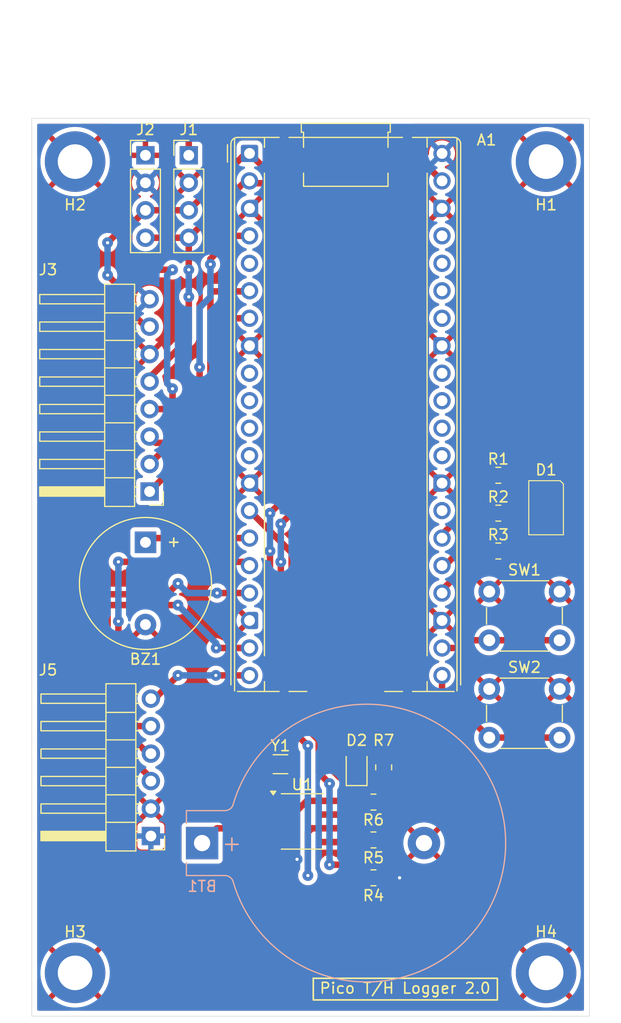
<source format=kicad_pcb>
(kicad_pcb (version 20241229) (generator "pcbnew") (generator_version "9.0")
  (layers (0 "F.Cu" signal) (2 "B.Cu" signal) (13 "F.Paste" user) (15 "B.Paste" user) (5 "F.SilkS" user "F.Silkscreen") (7 "B.SilkS" user "B.Silkscreen") (1 "F.Mask" user) (3 "B.Mask" user) (25 "Edge.Cuts" user))
  (net 0 "")
  (net 1 "+3.3V")
  (net 2 "GND")
  (net 5 "SPI CSn")
  (net 7 "SCL")
  (net 8 "SPI TX")
  (net 11 "SDA")
  (net 12 "SPI SCK")
  (net 14 "+5V")
  (net 19 "SPI RX")
  (net 20 "GPIO16")
  (net 21 "GPIO2")
  (net 22 "GPIO11")
  (net 23 "TX")
  (net 24 "GPIO10")
  (net 26 "RX")
  (net 27 "+BATT")
  (net 28 "Net-(D2-A)")
  (net 29 "GPIO17")
  (net 30 "Net-(U1-X1)")
  (net 31 "Net-(U1-X2)")
  (net 32 "GPIO20")
  (net 33 "GPIO18")
  (net 34 "GPIO19")
  (net 38 "Net-(D1-DI)")
  (net 39 "Net-(D1-VDD)")
  (net 40 "Net-(D1-DO)")
  (footprint "Button_Switch_THT:SW_PUSH_6mm" (layer "F.Cu") (at 176.75 78.75)
    (property "Reference" "SW1" (at 3.25 -2 0) (layer "F.SilkS"))
    (property "Value" "SW_Push")
    (fp_line (start -0.25 1.5) (end -0.25 3) (stroke (width 0.12)) (layer "F.SilkS"))
    (fp_line (start 1 5.5) (end 5.5 5.5) (stroke (width 0.12)) (layer "F.SilkS"))
    (fp_line (start 5.5 -1) (end 1 -1) (stroke (width 0.12)) (layer "F.SilkS"))
    (fp_line (start 6.75 3) (end 6.75 1.5) (stroke (width 0.12)) (layer "F.SilkS"))
    (pad "1" thru_hole circle (at 0 0 90) (size 2 2) (drill 1.1) (layers "*.Cu" "*.Mask") (net 2 "GND"))
    (pad "1" thru_hole circle (at 6.5 0 90) (size 2 2) (drill 1.1) (layers "*.Cu" "*.Mask") (net 2 "GND"))
    (pad "2" thru_hole circle (at 0 4.5 90) (size 2 2) (drill 1.1) (layers "*.Cu" "*.Mask") (net 29 "GPIO17"))
    (pad "2" thru_hole circle (at 6.5 4.5 90) (size 2 2) (drill 1.1) (layers "*.Cu" "*.Mask") (net 29 "GPIO17"))
  )
  (footprint "LED_SMD:LED_Avago_PLCC4_3.2x2.8mm_CW" (layer "F.Cu") (at 182 71 -90)
    (property "Reference" "D1" (at -3.5 0 0) (layer "F.SilkS"))
    (property "Value" "APA-106-F5")
    (fp_line (start -2.5 1.6) (end 2.5 1.6) (stroke (width 0.1)) (layer "F.SilkS"))
    (fp_line (start -2.5 1.6) (end -2.5 -1.3) (stroke (width 0.1)) (layer "F.SilkS"))
    (fp_line (start 2.5 1.6) (end 2.5 -1.6) (stroke (width 0.1)) (layer "F.SilkS"))
    (fp_line (start -2.2 -1.6) (end -2.5 -1.3) (stroke (width 0.1)) (layer "F.SilkS"))
    (fp_line (start -2.2 -1.6) (end 2.5 -1.6) (stroke (width 0.1)) (layer "F.SilkS"))
    (pad "1" smd rect (at -1.5 -0.75 270) (size 1.5 1.1) (layers "F.Cu" "F.Mask" "F.Paste") (net 40 "Net-(D1-DO)"))
    (pad "2" smd rect (at 1.5 -0.75 270) (size 1.5 1.1) (layers "F.Cu" "F.Mask" "F.Paste") (net 2 "GND"))
    (pad "3" smd rect (at 1.5 0.75 270) (size 1.5 1.1) (layers "F.Cu" "F.Mask" "F.Paste") (net 39 "Net-(D1-VDD)"))
    (pad "4" smd rect (at -1.5 0.75 270) (size 1.5 1.1) (layers "F.Cu" "F.Mask" "F.Paste") (net 38 "Net-(D1-DI)"))
  )
  (footprint "Resistor_SMD:R_0805_2012Metric" (layer "F.Cu") (at 166.0575 105.21 180)
    (property "Reference" "R4" (at 0 -1.65 0) (layer "F.SilkS"))
    (property "Value" "10K")
    (fp_line (start -0.227064 0.735) (end 0.227064 0.735) (stroke (width 0.12)) (layer "F.SilkS"))
    (fp_line (start -0.227064 -0.735) (end 0.227064 -0.735) (stroke (width 0.12)) (layer "F.SilkS"))
    (pad "1" smd roundrect (at -0.9125 0 180) (size 1.025 1.4) (layers "F.Cu" "F.Mask" "F.Paste") (roundrect_rratio 0.243902) (net 14 "+5V"))
    (pad "2" smd roundrect (at 0.9125 0 180) (size 1.025 1.4) (layers "F.Cu" "F.Mask" "F.Paste") (roundrect_rratio 0.243902) (net 11 "SDA"))
  )
  (footprint "Buzzer_Beeper:Buzzer_12x9.5RM7.6" (layer "F.Cu") (at 145 74.2 -90)
    (property "Reference" "BZ1" (at 10.8 0 0) (layer "F.SilkS"))
    (property "Value" "Buzzer")
    (fp_circle (center 3.8 0) (end 9.9 0) (stroke (width 0.12)) (fill no) (layer "F.SilkS"))
    (fp_text user "+" (at -0.01 -2.54 90) (layer "F.SilkS"))
    (pad "1" thru_hole rect (at 0 0 270) (size 2 2) (drill 1) (layers "*.Cu" "*.Mask") (net 22 "GPIO11"))
    (pad "2" thru_hole circle (at 7.6 0 270) (size 2 2) (drill 1) (layers "*.Cu" "*.Mask") (net 2 "GND"))
  )
  (footprint "Button_Switch_THT:SW_PUSH_6mm" (layer "F.Cu") (at 176.75 87.75)
    (property "Reference" "SW2" (at 3.25 -2 0) (layer "F.SilkS"))
    (property "Value" "SW_Push")
    (fp_line (start -0.25 1.5) (end -0.25 3) (stroke (width 0.12)) (layer "F.SilkS"))
    (fp_line (start 1 5.5) (end 5.5 5.5) (stroke (width 0.12)) (layer "F.SilkS"))
    (fp_line (start 5.5 -1) (end 1 -1) (stroke (width 0.12)) (layer "F.SilkS"))
    (fp_line (start 6.75 3) (end 6.75 1.5) (stroke (width 0.12)) (layer "F.SilkS"))
    (pad "1" thru_hole circle (at 0 0 90) (size 2 2) (drill 1.1) (layers "*.Cu" "*.Mask") (net 2 "GND"))
    (pad "1" thru_hole circle (at 6.5 0 90) (size 2 2) (drill 1.1) (layers "*.Cu" "*.Mask") (net 2 "GND"))
    (pad "2" thru_hole circle (at 0 4.5 90) (size 2 2) (drill 1.1) (layers "*.Cu" "*.Mask") (net 20 "GPIO16"))
    (pad "2" thru_hole circle (at 6.5 4.5 90) (size 2 2) (drill 1.1) (layers "*.Cu" "*.Mask") (net 20 "GPIO16"))
  )
  (footprint "MountingHole:MountingHole_3.2mm_M3_DIN965_Pad" (layer "F.Cu") (at 182 114)
    (property "Reference" "H4" (at 0 -3.8 0) (layer "F.SilkS"))
    (property "Value" "MountingHole_Pad")
    (pad "1" thru_hole circle (at 0 0) (size 5.6 5.6) (drill 3.2) (layers "*.Cu" "*.Mask") (net 2 "GND"))
  )
  (footprint "Resistor_SMD:R_0805_2012Metric" (layer "F.Cu") (at 177.5875 71.5 180)
    (property "Reference" "R2" (at 0 1.5 0) (layer "F.SilkS"))
    (property "Value" "220")
    (fp_line (start -0.227064 0.735) (end 0.227064 0.735) (stroke (width 0.12)) (layer "F.SilkS"))
    (fp_line (start -0.227064 -0.735) (end 0.227064 -0.735) (stroke (width 0.12)) (layer "F.SilkS"))
    (pad "1" smd roundrect (at -0.9125 0 180) (size 1.025 1.4) (layers "F.Cu" "F.Mask" "F.Paste") (roundrect_rratio 0.243902) (net 40 "Net-(D1-DO)"))
    (pad "2" smd roundrect (at 0.9125 0 180) (size 1.025 1.4) (layers "F.Cu" "F.Mask" "F.Paste") (roundrect_rratio 0.243902) (net 34 "GPIO19"))
  )
  (footprint "MountingHole:MountingHole_3.2mm_M3_DIN965_Pad" (layer "F.Cu") (at 182 39)
    (property "Reference" "H1" (at 0 4 0) (layer "F.SilkS"))
    (property "Value" "MountingHole_Pad")
    (pad "1" thru_hole circle (at 0 0) (size 5.6 5.6) (drill 3.2) (layers "*.Cu" "*.Mask") (net 2 "GND"))
  )
  (footprint "Resistor_SMD:R_0805_2012Metric" (layer "F.Cu") (at 177.5875 75 180)
    (property "Reference" "R3" (at 0 1.5 0) (layer "F.SilkS"))
    (property "Value" "220")
    (fp_line (start -0.227064 0.735) (end 0.227064 0.735) (stroke (width 0.12)) (layer "F.SilkS"))
    (fp_line (start -0.227064 -0.735) (end 0.227064 -0.735) (stroke (width 0.12)) (layer "F.SilkS"))
    (pad "1" smd roundrect (at -0.9125 0 180) (size 1.025 1.4) (layers "F.Cu" "F.Mask" "F.Paste") (roundrect_rratio 0.243902) (net 39 "Net-(D1-VDD)"))
    (pad "2" smd roundrect (at 0.9125 0 180) (size 1.025 1.4) (layers "F.Cu" "F.Mask" "F.Paste") (roundrect_rratio 0.243902) (net 33 "GPIO18"))
  )
  (footprint "Connector_PinHeader_2.54mm:PinHeader_1x04_P2.54mm_Vertical" (layer "F.Cu") (at 149 38.42)
    (property "Reference" "J1" (at 0 -2.38 0) (layer "F.SilkS"))
    (property "Value" "Sensor")
    (fp_line (start -1.38 -1.38) (end 0 -1.38) (stroke (width 0.12)) (layer "F.SilkS"))
    (fp_line (start -1.38 0) (end -1.38 -1.38) (stroke (width 0.12)) (layer "F.SilkS"))
    (fp_line (start -1.38 1.27) (end -1.38 9) (stroke (width 0.12)) (layer "F.SilkS"))
    (fp_line (start -1.38 1.27) (end 1.38 1.27) (stroke (width 0.12)) (layer "F.SilkS"))
    (fp_line (start -1.38 9) (end 1.38 9) (stroke (width 0.12)) (layer "F.SilkS"))
    (fp_line (start 1.38 1.27) (end 1.38 9) (stroke (width 0.12)) (layer "F.SilkS"))
    (pad "1" thru_hole rect (at 0 0) (size 1.7 1.7) (drill 1) (layers "*.Cu" "*.Mask") (net 1 "+3.3V"))
    (pad "2" thru_hole circle (at 0 2.54) (size 1.7 1.7) (drill 1) (layers "*.Cu" "*.Mask") (net 2 "GND"))
    (pad "3" thru_hole circle (at 0 5.08) (size 1.7 1.7) (drill 1) (layers "*.Cu" "*.Mask") (net 11 "SDA"))
    (pad "4" thru_hole circle (at 0 7.62) (size 1.7 1.7) (drill 1) (layers "*.Cu" "*.Mask") (net 7 "SCL"))
  )
  (footprint "Connector_PinHeader_2.54mm:PinHeader_1x04_P2.54mm_Vertical" (layer "F.Cu") (at 145 38.42)
    (property "Reference" "J2" (at 0 -2.38 0) (layer "F.SilkS"))
    (property "Value" "LCD 16x2")
    (fp_line (start -1.38 -1.38) (end 0 -1.38) (stroke (width 0.12)) (layer "F.SilkS"))
    (fp_line (start -1.38 0) (end -1.38 -1.38) (stroke (width 0.12)) (layer "F.SilkS"))
    (fp_line (start -1.38 1.27) (end -1.38 9) (stroke (width 0.12)) (layer "F.SilkS"))
    (fp_line (start -1.38 1.27) (end 1.38 1.27) (stroke (width 0.12)) (layer "F.SilkS"))
    (fp_line (start -1.38 9) (end 1.38 9) (stroke (width 0.12)) (layer "F.SilkS"))
    (fp_line (start 1.38 1.27) (end 1.38 9) (stroke (width 0.12)) (layer "F.SilkS"))
    (pad "1" thru_hole rect (at 0 0) (size 1.7 1.7) (drill 1) (layers "*.Cu" "*.Mask") (net 2 "GND"))
    (pad "2" thru_hole circle (at 0 2.54) (size 1.7 1.7) (drill 1) (layers "*.Cu" "*.Mask") (net 14 "+5V"))
    (pad "3" thru_hole circle (at 0 5.08) (size 1.7 1.7) (drill 1) (layers "*.Cu" "*.Mask") (net 11 "SDA"))
    (pad "4" thru_hole circle (at 0 7.62) (size 1.7 1.7) (drill 1) (layers "*.Cu" "*.Mask") (net 7 "SCL"))
  )
  (footprint "Resistor_SMD:R_0805_2012Metric" (layer "F.Cu") (at 167 95 -90)
    (property "Reference" "R7" (at -2.5 0 0) (layer "F.SilkS"))
    (property "Value" "220")
    (fp_line (start -0.227064 0.735) (end 0.227064 0.735) (stroke (width 0.12)) (layer "F.SilkS"))
    (fp_line (start -0.227064 -0.735) (end 0.227064 -0.735) (stroke (width 0.12)) (layer "F.SilkS"))
    (pad "1" smd roundrect (at -0.9125 0 270) (size 1.025 1.4) (layers "F.Cu" "F.Mask" "F.Paste") (roundrect_rratio 0.243902) (net 28 "Net-(D2-A)"))
    (pad "2" smd roundrect (at 0.9125 0 270) (size 1.025 1.4) (layers "F.Cu" "F.Mask" "F.Paste") (roundrect_rratio 0.243902) (net 14 "+5V"))
  )
  (footprint "Resistor_SMD:R_0805_2012Metric" (layer "F.Cu") (at 166.0575 98.21 180)
    (property "Reference" "R6" (at 0 -1.65 0) (layer "F.SilkS"))
    (property "Value" "10K")
    (fp_line (start -0.227064 0.735) (end 0.227064 0.735) (stroke (width 0.12)) (layer "F.SilkS"))
    (fp_line (start -0.227064 -0.735) (end 0.227064 -0.735) (stroke (width 0.12)) (layer "F.SilkS"))
    (pad "1" smd roundrect (at -0.9125 0 180) (size 1.025 1.4) (layers "F.Cu" "F.Mask" "F.Paste") (roundrect_rratio 0.243902) (net 14 "+5V"))
    (pad "2" smd roundrect (at 0.9125 0 180) (size 1.025 1.4) (layers "F.Cu" "F.Mask" "F.Paste") (roundrect_rratio 0.243902) (net 24 "GPIO10"))
  )
  (footprint "LED_SMD:LED_0805_2012Metric" (layer "F.Cu") (at 164.5 95 90)
    (property "Reference" "D2" (at 2.5 0 0) (layer "F.SilkS"))
    (property "Value" "LED")
    (fp_line (start 1 -0.96) (end -1.685 -0.96) (stroke (width 0.12)) (layer "F.SilkS"))
    (fp_line (start -1.685 -0.96) (end -1.685 0.96) (stroke (width 0.12)) (layer "F.SilkS"))
    (fp_line (start -1.685 0.96) (end 1 0.96) (stroke (width 0.12)) (layer "F.SilkS"))
    (pad "1" smd roundrect (at -0.9375 0 90) (size 0.975 1.4) (layers "F.Cu" "F.Mask" "F.Paste") (net 24 "GPIO10"))
    (pad "2" smd roundrect (at 0.9375 0 90) (size 0.975 1.4) (layers "F.Cu" "F.Mask" "F.Paste") (net 28 "Net-(D2-A)"))
  )
  (footprint "MountingHole:MountingHole_3.2mm_M3_DIN965_Pad" (layer "F.Cu") (at 138.5 114)
    (property "Reference" "H3" (at 0 -3.8 0) (layer "F.SilkS"))
    (property "Value" "MountingHole_Pad")
    (pad "1" thru_hole circle (at 0 0) (size 5.6 5.6) (drill 3.2) (layers "*.Cu" "*.Mask") (net 2 "GND"))
  )
  (footprint "MountingHole:MountingHole_3.2mm_M3_DIN965_Pad" (layer "F.Cu") (at 138.5 39)
    (property "Reference" "H2" (at 0 4 0) (layer "F.SilkS"))
    (property "Value" "MountingHole_Pad")
    (pad "1" thru_hole circle (at 0 0) (size 5.6 5.6) (drill 3.2) (layers "*.Cu" "*.Mask") (net 2 "GND"))
  )
  (footprint "Resistor_SMD:R_0805_2012Metric" (layer "F.Cu") (at 177.5875 68 180)
    (property "Reference" "R1" (at 0 1.5 0) (layer "F.SilkS"))
    (property "Value" "220")
    (fp_line (start -0.227064 0.735) (end 0.227064 0.735) (stroke (width 0.12)) (layer "F.SilkS"))
    (fp_line (start -0.227064 -0.735) (end 0.227064 -0.735) (stroke (width 0.12)) (layer "F.SilkS"))
    (pad "1" smd roundrect (at -0.9125 0 180) (size 1.025 1.4) (layers "F.Cu" "F.Mask" "F.Paste") (roundrect_rratio 0.243902) (net 38 "Net-(D1-DI)"))
    (pad "2" smd roundrect (at 0.9125 0 180) (size 1.025 1.4) (layers "F.Cu" "F.Mask" "F.Paste") (roundrect_rratio 0.243902) (net 32 "GPIO20"))
  )
  (footprint "Package_SO:SOIC-8_3.9x4.9mm_P1.27mm" (layer "F.Cu") (at 159.5 100)
    (property "Reference" "U1" (at 0 -3.4 0) (layer "F.SilkS"))
    (property "Value" "DS1307Z+")
    (fp_line (start 0 -2.56) (end -1.95 -2.56) (stroke (width 0.12)) (layer "F.SilkS"))
    (fp_line (start 0 -2.56) (end 1.95 -2.56) (stroke (width 0.12)) (layer "F.SilkS"))
    (fp_line (start 0 2.56) (end -1.95 2.56) (stroke (width 0.12)) (layer "F.SilkS"))
    (fp_line (start 0 2.56) (end 1.95 2.56) (stroke (width 0.12)) (layer "F.SilkS"))
    (fp_poly (pts (xy -2.7 -2.465) (xy -2.94 -2.795) (xy -2.46 -2.795)) (stroke (width 0.12)) (fill yes) (layer "F.SilkS"))
    (pad "1" smd roundrect (at -2.475 -1.905) (size 1.95 0.6) (layers "F.Cu" "F.Mask" "F.Paste") (net 30 "Net-(U1-X1)"))
    (pad "2" smd roundrect (at -2.475 -0.635) (size 1.95 0.6) (layers "F.Cu" "F.Mask" "F.Paste") (net 31 "Net-(U1-X2)"))
    (pad "3" smd roundrect (at -2.475 0.635) (size 1.95 0.6) (layers "F.Cu" "F.Mask" "F.Paste") (net 27 "+BATT"))
    (pad "4" smd roundrect (at -2.475 1.905) (size 1.95 0.6) (layers "F.Cu" "F.Mask" "F.Paste") (net 2 "GND"))
    (pad "5" smd roundrect (at 2.475 1.905) (size 1.95 0.6) (layers "F.Cu" "F.Mask" "F.Paste") (net 11 "SDA"))
    (pad "6" smd roundrect (at 2.475 0.635) (size 1.95 0.6) (layers "F.Cu" "F.Mask" "F.Paste") (net 7 "SCL"))
    (pad "7" smd roundrect (at 2.475 -0.635) (size 1.95 0.6) (layers "F.Cu" "F.Mask" "F.Paste") (net 24 "GPIO10"))
    (pad "8" smd roundrect (at 2.475 -1.905) (size 1.95 0.6) (layers "F.Cu" "F.Mask" "F.Paste") (net 14 "+5V"))
  )
  (footprint "Module:RaspberryPi_Pico_Common_THT" (layer "F.Cu") (at 154.61 38.245)
    (property "Reference" "A1" (at 20.89 -1.245 0) (layer "F.SilkS") (effects (justify left)))
    (property "Value" "RaspberryPi_Pico" (hide yes))
    (fp_line (start -2.04 0.8) (end -2.04 -0.8) (stroke (width 0.12)) (layer "F.SilkS"))
    (fp_line (start -1.72 -0.87) (end -1.72 49.13) (stroke (width 0.12)) (layer "F.SilkS"))
    (fp_line (start -1.38 -1.417) (end -1.38 49.677) (stroke (width 0.12)) (layer "F.SilkS"))
    (fp_line (start -1.11 -1.48) (end 1.38 -1.48) (stroke (width 0.12)) (layer "F.SilkS"))
    (fp_line (start -1.11 49.74) (end 2.727939 49.74) (stroke (width 0.12)) (layer "F.SilkS"))
    (fp_line (start 1.38 -1.48) (end 1.38 -0.56648) (stroke (width 0.12)) (layer "F.SilkS"))
    (fp_line (start 1.38 -1.48) (end 2.72794 -1.48) (stroke (width 0.12)) (layer "F.SilkS"))
    (fp_line (start 1.38 1.82648) (end 1.38 46.43352) (stroke (width 0.12)) (layer "F.SilkS"))
    (fp_line (start 1.38 48.82648) (end 1.38 49.74) (stroke (width 0.12)) (layer "F.SilkS"))
    (fp_line (start 3.652061 -1.48) (end 4.655 -1.48) (stroke (width 0.12)) (layer "F.SilkS"))
    (fp_line (start 4.655 -1.48) (end 13.125 -1.48) (stroke (width 0.12)) (layer "F.SilkS"))
    (fp_line (start 4.78 -2.78) (end 4.78 -1.96) (stroke (width 0.12)) (layer "F.SilkS"))
    (fp_line (start 4.78 -2.78) (end 13 -2.78) (stroke (width 0.12)) (layer "F.SilkS"))
    (fp_line (start 4.78 -1.96) (end 4.99 -1.96) (stroke (width 0.12)) (layer "F.SilkS"))
    (fp_line (start 4.99 -1.96) (end 4.99 -0.564) (stroke (width 0.12)) (layer "F.SilkS"))
    (fp_line (start 4.99 1.824) (end 4.99 3.04) (stroke (width 0.12)) (layer "F.SilkS"))
    (fp_line (start 5.29 49.74) (end 3.652061 49.74) (stroke (width 0.12)) (layer "F.SilkS"))
    (fp_line (start 12.79 -1.96) (end 12.79 -0.564) (stroke (width 0.12)) (layer "F.SilkS"))
    (fp_line (start 12.79 1.824) (end 12.79 3.04) (stroke (width 0.12)) (layer "F.SilkS"))
    (fp_line (start 12.79 3.04) (end 4.99 3.04) (stroke (width 0.12)) (layer "F.SilkS"))
    (fp_line (start 13 -2.78) (end 13 -1.96) (stroke (width 0.12)) (layer "F.SilkS"))
    (fp_line (start 13 -1.96) (end 12.79 -1.96) (stroke (width 0.12)) (layer "F.SilkS"))
    (fp_line (start 13.125 -1.48) (end 14.127939 -1.48) (stroke (width 0.12)) (layer "F.SilkS"))
    (fp_line (start 14.127939 49.74) (end 12.49 49.74) (stroke (width 0.12)) (layer "F.SilkS"))
    (fp_line (start 15.052061 -1.48) (end 16.4 -1.48) (stroke (width 0.12)) (layer "F.SilkS"))
    (fp_line (start 15.052061 49.74) (end 18.89 49.74) (stroke (width 0.12)) (layer "F.SilkS"))
    (fp_line (start 16.4 -1.48) (end 16.4 -0.56648) (stroke (width 0.12)) (layer "F.SilkS"))
    (fp_line (start 16.4 1.82648) (end 16.4 46.43352) (stroke (width 0.12)) (layer "F.SilkS"))
    (fp_line (start 16.4 48.82648) (end 16.4 49.74) (stroke (width 0.12)) (layer "F.SilkS"))
    (fp_line (start 18.89 -1.48) (end 16.4 -1.48) (stroke (width 0.12)) (layer "F.SilkS"))
    (fp_line (start 19.16 49.677) (end 19.16 -1.417) (stroke (width 0.12)) (layer "F.SilkS"))
    (fp_line (start 19.5 -0.87) (end 19.5 49.13) (stroke (width 0.12)) (layer "F.SilkS"))
    (fp_arc (start -1.72 -0.87) (mid -1.541335 -1.301335) (end -1.11 -1.48) (stroke (width 0.12)) (layer "F.SilkS"))
    (fp_arc (start 18.89 -1.48) (mid 19.321335 -1.301335) (end 19.5 -0.87) (stroke (width 0.12)) (layer "F.SilkS"))
    (pad "1" thru_hole roundrect (at 0 0) (size 1.6 1.6) (drill 1) (layers "*.Cu" "*.Mask") (roundrect_rratio 0.125) (net 11 "SDA"))
    (pad "2" thru_hole circle (at 0 2.54) (size 1.6 1.6) (drill 1) (layers "*.Cu" "*.Mask") (net 7 "SCL"))
    (pad "3" thru_hole custom (at 0 5.08) (size 1.6 1.6) (drill 1) (layers "*.Cu" "*.Mask") (net 2 "GND") (options (clearance outline) (anchor circle)) (primitives (gr_poly (pts (xy 0.8 0.6) (xy 0.8 -0.6) (xy 0.6 -0.8) (xy 0 -0.8) (xy 0 0.8) (xy 0.6 0.8)) (width 0) (fill yes)) (gr_circle (center 0.6 0.6) (end 0.8 0.6) (width 0) (fill yes)) (gr_circle (center 0.6 -0.6) (end 0.8 -0.6) (width 0) (fill yes))))
    (pad "4" thru_hole circle (at 0 7.62) (size 1.6 1.6) (drill 1) (layers "*.Cu" "*.Mask") (net 21 "GPIO2"))
    (pad "5" thru_hole circle (at 0 10.16) (size 1.6 1.6) (drill 1) (layers "*.Cu" "*.Mask"))
    (pad "6" thru_hole circle (at 0 12.7) (size 1.6 1.6) (drill 1) (layers "*.Cu" "*.Mask") (net 23 "TX"))
    (pad "7" thru_hole circle (at 0 15.24) (size 1.6 1.6) (drill 1) (layers "*.Cu" "*.Mask") (net 26 "RX"))
    (pad "8" thru_hole custom (at 0 17.78) (size 1.6 1.6) (drill 1) (layers "*.Cu" "*.Mask") (net 2 "GND") (options (clearance outline) (anchor circle)) (primitives (gr_poly (pts (xy 0.8 0.6) (xy 0.8 -0.6) (xy 0.6 -0.8) (xy 0 -0.8) (xy 0 0.8) (xy 0.6 0.8)) (width 0) (fill yes)) (gr_circle (center 0.6 0.6) (end 0.8 0.6) (width 0) (fill yes)) (gr_circle (center 0.6 -0.6) (end 0.8 -0.6) (width 0) (fill yes))))
    (pad "9" thru_hole circle (at 0 20.32) (size 1.6 1.6) (drill 1) (layers "*.Cu" "*.Mask"))
    (pad "10" thru_hole circle (at 0 22.86) (size 1.6 1.6) (drill 1) (layers "*.Cu" "*.Mask"))
    (pad "11" thru_hole circle (at 0 25.4) (size 1.6 1.6) (drill 1) (layers "*.Cu" "*.Mask"))
    (pad "12" thru_hole circle (at 0 27.94) (size 1.6 1.6) (drill 1) (layers "*.Cu" "*.Mask"))
    (pad "13" thru_hole custom (at 0 30.48) (size 1.6 1.6) (drill 1) (layers "*.Cu" "*.Mask") (net 2 "GND") (options (clearance outline) (anchor circle)) (primitives (gr_poly (pts (xy 0.8 0.6) (xy 0.8 -0.6) (xy 0.6 -0.8) (xy 0 -0.8) (xy 0 0.8) (xy 0.6 0.8)) (width 0) (fill yes)) (gr_circle (center 0.6 0.6) (end 0.8 0.6) (width 0) (fill yes)) (gr_circle (center 0.6 -0.6) (end 0.8 -0.6) (width 0) (fill yes))))
    (pad "14" thru_hole circle (at 0 33.02) (size 1.6 1.6) (drill 1) (layers "*.Cu" "*.Mask") (net 24 "GPIO10"))
    (pad "15" thru_hole circle (at 0 35.56) (size 1.6 1.6) (drill 1) (layers "*.Cu" "*.Mask") (net 22 "GPIO11"))
    (pad "16" thru_hole circle (at 0 38.1) (size 1.6 1.6) (drill 1) (layers "*.Cu" "*.Mask") (net 19 "SPI RX"))
    (pad "17" thru_hole circle (at 0 40.64) (size 1.6 1.6) (drill 1) (layers "*.Cu" "*.Mask") (net 5 "SPI CSn"))
    (pad "18" thru_hole custom (at 0 43.18) (size 1.6 1.6) (drill 1) (layers "*.Cu" "*.Mask") (net 2 "GND") (options (clearance outline) (anchor circle)) (primitives (gr_poly (pts (xy 0.8 0.6) (xy 0.8 -0.6) (xy 0.6 -0.8) (xy 0 -0.8) (xy 0 0.8) (xy 0.6 0.8)) (width 0) (fill yes)) (gr_circle (center 0.6 0.6) (end 0.8 0.6) (width 0) (fill yes)) (gr_circle (center 0.6 -0.6) (end 0.8 -0.6) (width 0) (fill yes))))
    (pad "19" thru_hole circle (at 0 45.72) (size 1.6 1.6) (drill 1) (layers "*.Cu" "*.Mask") (net 12 "SPI SCK"))
    (pad "20" thru_hole circle (at 0 48.26) (size 1.6 1.6) (drill 1) (layers "*.Cu" "*.Mask") (net 8 "SPI TX"))
    (pad "21" thru_hole circle (at 17.78 48.26) (size 1.6 1.6) (drill 1) (layers "*.Cu" "*.Mask") (net 20 "GPIO16"))
    (pad "22" thru_hole circle (at 17.78 45.72) (size 1.6 1.6) (drill 1) (layers "*.Cu" "*.Mask") (net 29 "GPIO17"))
    (pad "23" thru_hole custom (at 17.78 43.18) (size 1.6 1.6) (drill 1) (layers "*.Cu" "*.Mask") (net 2 "GND") (options (clearance outline) (anchor circle)) (primitives (gr_poly (pts (xy -0.8 0.6) (xy -0.8 -0.6) (xy -0.6 -0.8) (xy 0 -0.8) (xy 0 0.8) (xy -0.6 0.8)) (width 0) (fill yes)) (gr_circle (center -0.6 0.6) (end -0.4 0.6) (width 0) (fill yes)) (gr_circle (center -0.6 -0.6) (end -0.4 -0.6) (width 0) (fill yes))))
    (pad "24" thru_hole circle (at 17.78 40.64) (size 1.6 1.6) (drill 1) (layers "*.Cu" "*.Mask") (net 33 "GPIO18"))
    (pad "25" thru_hole circle (at 17.78 38.1) (size 1.6 1.6) (drill 1) (layers "*.Cu" "*.Mask") (net 34 "GPIO19"))
    (pad "26" thru_hole circle (at 17.78 35.56) (size 1.6 1.6) (drill 1) (layers "*.Cu" "*.Mask") (net 32 "GPIO20"))
    (pad "27" thru_hole circle (at 17.78 33.02) (size 1.6 1.6) (drill 1) (layers "*.Cu" "*.Mask"))
    (pad "28" thru_hole custom (at 17.78 30.48) (size 1.6 1.6) (drill 1) (layers "*.Cu" "*.Mask") (net 2 "GND") (options (clearance outline) (anchor circle)) (primitives (gr_poly (pts (xy -0.8 0.6) (xy -0.8 -0.6) (xy -0.6 -0.8) (xy 0 -0.8) (xy 0 0.8) (xy -0.6 0.8)) (width 0) (fill yes)) (gr_circle (center -0.6 0.6) (end -0.4 0.6) (width 0) (fill yes)) (gr_circle (center -0.6 -0.6) (end -0.4 -0.6) (width 0) (fill yes))))
    (pad "29" thru_hole circle (at 17.78 27.94) (size 1.6 1.6) (drill 1) (layers "*.Cu" "*.Mask"))
    (pad "30" thru_hole circle (at 17.78 25.4) (size 1.6 1.6) (drill 1) (layers "*.Cu" "*.Mask"))
    (pad "31" thru_hole circle (at 17.78 22.86) (size 1.6 1.6) (drill 1) (layers "*.Cu" "*.Mask"))
    (pad "32" thru_hole circle (at 17.78 20.32) (size 1.6 1.6) (drill 1) (layers "*.Cu" "*.Mask"))
    (pad "33" thru_hole custom (at 17.78 17.78) (size 1.6 1.6) (drill 1) (layers "*.Cu" "*.Mask") (net 2 "GND") (options (clearance outline) (anchor circle)) (primitives (gr_poly (pts (xy -0.8 0.6) (xy -0.8 -0.6) (xy -0.6 -0.8) (xy 0 -0.8) (xy 0 0.8) (xy -0.6 0.8)) (width 0) (fill yes)) (gr_circle (center -0.6 0.6) (end -0.4 0.6) (width 0) (fill yes)) (gr_circle (center -0.6 -0.6) (end -0.4 -0.6) (width 0) (fill yes))))
    (pad "34" thru_hole circle (at 17.78 15.24) (size 1.6 1.6) (drill 1) (layers "*.Cu" "*.Mask"))
    (pad "35" thru_hole circle (at 17.78 12.7) (size 1.6 1.6) (drill 1) (layers "*.Cu" "*.Mask"))
    (pad "36" thru_hole circle (at 17.78 10.16) (size 1.6 1.6) (drill 1) (layers "*.Cu" "*.Mask"))
    (pad "37" thru_hole circle (at 17.78 7.62) (size 1.6 1.6) (drill 1) (layers "*.Cu" "*.Mask"))
    (pad "38" thru_hole custom (at 17.78 5.08) (size 1.6 1.6) (drill 1) (layers "*.Cu" "*.Mask") (net 2 "GND") (options (clearance outline) (anchor circle)) (primitives (gr_poly (pts (xy -0.8 0.6) (xy -0.8 -0.6) (xy -0.6 -0.8) (xy 0 -0.8) (xy 0 0.8) (xy -0.6 0.8)) (width 0) (fill yes)) (gr_circle (center -0.6 0.6) (end -0.4 0.6) (width 0) (fill yes)) (gr_circle (center -0.6 -0.6) (end -0.4 -0.6) (width 0) (fill yes))))
    (pad "39" thru_hole circle (at 17.78 2.54) (size 1.6 1.6) (drill 1) (layers "*.Cu" "*.Mask") (net 1 "+3.3V"))
    (pad "40" thru_hole circle (at 17.78 0) (size 1.6 1.6) (drill 1) (layers "*.Cu" "*.Mask") (net 14 "+5V"))
  )
  (footprint "Connector_PinHeader_2.54mm:PinHeader_1x08_P2.54mm_Horizontal" (layer "F.Cu") (at 145.385 69.5 180)
    (property "Reference" "J3" (at 9.385 20.5 0) (layer "F.SilkS"))
    (property "Value" "Additional connector")
    (fp_line (start 10.15 18.21) (end 4.15 18.21) (stroke (width 0.12)) (layer "F.SilkS"))
    (fp_line (start 10.15 17.35) (end 10.15 18.21) (stroke (width 0.12)) (layer "F.SilkS"))
    (fp_line (start 10.15 15.67) (end 4.15 15.67) (stroke (width 0.12)) (layer "F.SilkS"))
    (fp_line (start 10.15 14.81) (end 10.15 15.67) (stroke (width 0.12)) (layer "F.SilkS"))
    (fp_line (start 10.15 13.13) (end 4.15 13.13) (stroke (width 0.12)) (layer "F.SilkS"))
    (fp_line (start 10.15 12.27) (end 10.15 13.13) (stroke (width 0.12)) (layer "F.SilkS"))
    (fp_line (start 10.15 10.59) (end 4.15 10.59) (stroke (width 0.12)) (layer "F.SilkS"))
    (fp_line (start 10.15 9.73) (end 10.15 10.59) (stroke (width 0.12)) (layer "F.SilkS"))
    (fp_line (start 10.15 8.05) (end 4.15 8.05) (stroke (width 0.12)) (layer "F.SilkS"))
    (fp_line (start 10.15 7.19) (end 10.15 8.05) (stroke (width 0.12)) (layer "F.SilkS"))
    (fp_line (start 10.15 5.51) (end 4.15 5.51) (stroke (width 0.12)) (layer "F.SilkS"))
    (fp_line (start 10.15 4.65) (end 10.15 5.51) (stroke (width 0.12)) (layer "F.SilkS"))
    (fp_line (start 10.15 2.97) (end 4.15 2.97) (stroke (width 0.12)) (layer "F.SilkS"))
    (fp_line (start 10.15 2.11) (end 10.15 2.97) (stroke (width 0.12)) (layer "F.SilkS"))
    (fp_line (start 4.15 19.16) (end 4.15 -1.38) (stroke (width 0.12)) (layer "F.SilkS"))
    (fp_line (start 4.15 17.35) (end 10.15 17.35) (stroke (width 0.12)) (layer "F.SilkS"))
    (fp_line (start 4.15 14.81) (end 10.15 14.81) (stroke (width 0.12)) (layer "F.SilkS"))
    (fp_line (start 4.15 12.27) (end 10.15 12.27) (stroke (width 0.12)) (layer "F.SilkS"))
    (fp_line (start 4.15 9.73) (end 10.15 9.73) (stroke (width 0.12)) (layer "F.SilkS"))
    (fp_line (start 4.15 7.19) (end 10.15 7.19) (stroke (width 0.12)) (layer "F.SilkS"))
    (fp_line (start 4.15 4.65) (end 10.15 4.65) (stroke (width 0.12)) (layer "F.SilkS"))
    (fp_line (start 4.15 2.11) (end 10.15 2.11) (stroke (width 0.12)) (layer "F.SilkS"))
    (fp_line (start 4.15 -1.38) (end 1.39 -1.38) (stroke (width 0.12)) (layer "F.SilkS"))
    (fp_line (start 1.39 19.16) (end 4.15 19.16) (stroke (width 0.12)) (layer "F.SilkS"))
    (fp_line (start 1.39 16.51) (end 4.15 16.51) (stroke (width 0.12)) (layer "F.SilkS"))
    (fp_line (start 1.39 13.97) (end 4.15 13.97) (stroke (width 0.12)) (layer "F.SilkS"))
    (fp_line (start 1.39 11.43) (end 4.15 11.43) (stroke (width 0.12)) (layer "F.SilkS"))
    (fp_line (start 1.39 8.89) (end 4.15 8.89) (stroke (width 0.12)) (layer "F.SilkS"))
    (fp_line (start 1.39 6.35) (end 4.15 6.35) (stroke (width 0.12)) (layer "F.SilkS"))
    (fp_line (start 1.39 3.81) (end 4.15 3.81) (stroke (width 0.12)) (layer "F.SilkS"))
    (fp_line (start 1.39 1.27) (end 4.15 1.27) (stroke (width 0.12)) (layer "F.SilkS"))
    (fp_line (start 1.39 -1.38) (end 1.39 19.16) (stroke (width 0.12)) (layer "F.SilkS"))
    (fp_line (start 1.16 0.43) (end 1.39 0.43) (stroke (width 0.12)) (layer "F.SilkS"))
    (fp_line (start 1.16 -0.43) (end 1.39 -0.43) (stroke (width 0.12)) (layer "F.SilkS"))
    (fp_line (start 1.077358 18.21) (end 1.39 18.21) (stroke (width 0.12)) (layer "F.SilkS"))
    (fp_line (start 1.077358 17.35) (end 1.39 17.35) (stroke (width 0.12)) (layer "F.SilkS"))
    (fp_line (start 1.077358 15.67) (end 1.39 15.67) (stroke (width 0.12)) (layer "F.SilkS"))
    (fp_line (start 1.077358 14.81) (end 1.39 14.81) (stroke (width 0.12)) (layer "F.SilkS"))
    (fp_line (start 1.077358 13.13) (end 1.39 13.13) (stroke (width 0.12)) (layer "F.SilkS"))
    (fp_line (start 1.077358 12.27) (end 1.39 12.27) (stroke (width 0.12)) (layer "F.SilkS"))
    (fp_line (start 1.077358 10.59) (end 1.39 10.59) (stroke (width 0.12)) (layer "F.SilkS"))
    (fp_line (start 1.077358 9.73) (end 1.39 9.73) (stroke (width 0.12)) (layer "F.SilkS"))
    (fp_line (start 1.077358 8.05) (end 1.39 8.05) (stroke (width 0.12)) (layer "F.SilkS"))
    (fp_line (start 1.077358 7.19) (end 1.39 7.19) (stroke (width 0.12)) (layer "F.SilkS"))
    (fp_line (start 1.077358 5.51) (end 1.39 5.51) (stroke (width 0.12)) (layer "F.SilkS"))
    (fp_line (start 1.077358 4.65) (end 1.39 4.65) (stroke (width 0.12)) (layer "F.SilkS"))
    (fp_line (start 1.077358 2.97) (end 1.39 2.97) (stroke (width 0.12)) (layer "F.SilkS"))
    (fp_line (start 1.077358 2.11) (end 1.39 2.11) (stroke (width 0.12)) (layer "F.SilkS"))
    (fp_line (start -1.27 0) (end -1.27 -1.27) (stroke (width 0.12)) (layer "F.SilkS"))
    (fp_line (start -1.27 -1.27) (end 0 -1.27) (stroke (width 0.12)) (layer "F.SilkS"))
    (fp_rect (start 4.15 -0.43) (end 10.15 0.43) (stroke (width 0.12)) (fill yes) (layer "F.SilkS"))
    (pad "1" thru_hole rect (at 0 0 180) (size 1.7 1.7) (drill 1) (layers "*.Cu" "*.Mask") (net 26 "RX"))
    (pad "2" thru_hole circle (at 0 2.54 180) (size 1.7 1.7) (drill 1) (layers "*.Cu" "*.Mask") (net 23 "TX"))
    (pad "3" thru_hole circle (at 0 5.08 180) (size 1.7 1.7) (drill 1) (layers "*.Cu" "*.Mask") (net 21 "GPIO2"))
    (pad "4" thru_hole circle (at 0 7.62 180) (size 1.7 1.7) (drill 1) (layers "*.Cu" "*.Mask") (net 11 "SDA"))
    (pad "5" thru_hole circle (at 0 10.16 180) (size 1.7 1.7) (drill 1) (layers "*.Cu" "*.Mask") (net 7 "SCL"))
    (pad "6" thru_hole circle (at 0 12.7 180) (size 1.7 1.7) (drill 1) (layers "*.Cu" "*.Mask") (net 2 "GND"))
    (pad "7" thru_hole circle (at 0 15.24 180) (size 1.7 1.7) (drill 1) (layers "*.Cu" "*.Mask") (net 1 "+3.3V"))
    (pad "8" thru_hole circle (at 0 17.78 180) (size 1.7 1.7) (drill 1) (layers "*.Cu" "*.Mask") (net 14 "+5V"))
  )
  (footprint "Connector_PinHeader_2.54mm:PinHeader_1x06_P2.54mm_Horizontal" (layer "F.Cu") (at 145.5 101.35 180)
    (property "Reference" "J5" (at 9.5 15.35 0) (layer "F.SilkS"))
    (property "Value" "SPI")
    (fp_line (start 10.15 13.13) (end 4.15 13.13) (stroke (width 0.12)) (layer "F.SilkS"))
    (fp_line (start 10.15 12.27) (end 10.15 13.13) (stroke (width 0.12)) (layer "F.SilkS"))
    (fp_line (start 10.15 10.59) (end 4.15 10.59) (stroke (width 0.12)) (layer "F.SilkS"))
    (fp_line (start 10.15 9.73) (end 10.15 10.59) (stroke (width 0.12)) (layer "F.SilkS"))
    (fp_line (start 10.15 8.05) (end 4.15 8.05) (stroke (width 0.12)) (layer "F.SilkS"))
    (fp_line (start 10.15 7.19) (end 10.15 8.05) (stroke (width 0.12)) (layer "F.SilkS"))
    (fp_line (start 10.15 5.51) (end 4.15 5.51) (stroke (width 0.12)) (layer "F.SilkS"))
    (fp_line (start 10.15 4.65) (end 10.15 5.51) (stroke (width 0.12)) (layer "F.SilkS"))
    (fp_line (start 10.15 2.97) (end 4.15 2.97) (stroke (width 0.12)) (layer "F.SilkS"))
    (fp_line (start 10.15 2.11) (end 10.15 2.97) (stroke (width 0.12)) (layer "F.SilkS"))
    (fp_line (start 4.15 14.08) (end 4.15 -1.38) (stroke (width 0.12)) (layer "F.SilkS"))
    (fp_line (start 4.15 12.27) (end 10.15 12.27) (stroke (width 0.12)) (layer "F.SilkS"))
    (fp_line (start 4.15 9.73) (end 10.15 9.73) (stroke (width 0.12)) (layer "F.SilkS"))
    (fp_line (start 4.15 7.19) (end 10.15 7.19) (stroke (width 0.12)) (layer "F.SilkS"))
    (fp_line (start 4.15 4.65) (end 10.15 4.65) (stroke (width 0.12)) (layer "F.SilkS"))
    (fp_line (start 4.15 2.11) (end 10.15 2.11) (stroke (width 0.12)) (layer "F.SilkS"))
    (fp_line (start 4.15 -1.38) (end 1.39 -1.38) (stroke (width 0.12)) (layer "F.SilkS"))
    (fp_line (start 1.39 14.08) (end 4.15 14.08) (stroke (width 0.12)) (layer "F.SilkS"))
    (fp_line (start 1.39 11.43) (end 4.15 11.43) (stroke (width 0.12)) (layer "F.SilkS"))
    (fp_line (start 1.39 8.89) (end 4.15 8.89) (stroke (width 0.12)) (layer "F.SilkS"))
    (fp_line (start 1.39 6.35) (end 4.15 6.35) (stroke (width 0.12)) (layer "F.SilkS"))
    (fp_line (start 1.39 3.81) (end 4.15 3.81) (stroke (width 0.12)) (layer "F.SilkS"))
    (fp_line (start 1.39 1.27) (end 4.15 1.27) (stroke (width 0.12)) (layer "F.SilkS"))
    (fp_line (start 1.39 -1.38) (end 1.39 14.08) (stroke (width 0.12)) (layer "F.SilkS"))
    (fp_line (start 1.16 0.43) (end 1.39 0.43) (stroke (width 0.12)) (layer "F.SilkS"))
    (fp_line (start 1.16 -0.43) (end 1.39 -0.43) (stroke (width 0.12)) (layer "F.SilkS"))
    (fp_line (start 1.077358 13.13) (end 1.39 13.13) (stroke (width 0.12)) (layer "F.SilkS"))
    (fp_line (start 1.077358 12.27) (end 1.39 12.27) (stroke (width 0.12)) (layer "F.SilkS"))
    (fp_line (start 1.077358 10.59) (end 1.39 10.59) (stroke (width 0.12)) (layer "F.SilkS"))
    (fp_line (start 1.077358 9.73) (end 1.39 9.73) (stroke (width 0.12)) (layer "F.SilkS"))
    (fp_line (start 1.077358 8.05) (end 1.39 8.05) (stroke (width 0.12)) (layer "F.SilkS"))
    (fp_line (start 1.077358 7.19) (end 1.39 7.19) (stroke (width 0.12)) (layer "F.SilkS"))
    (fp_line (start 1.077358 5.51) (end 1.39 5.51) (stroke (width 0.12)) (layer "F.SilkS"))
    (fp_line (start 1.077358 4.65) (end 1.39 4.65) (stroke (width 0.12)) (layer "F.SilkS"))
    (fp_line (start 1.077358 2.97) (end 1.39 2.97) (stroke (width 0.12)) (layer "F.SilkS"))
    (fp_line (start 1.077358 2.11) (end 1.39 2.11) (stroke (width 0.12)) (layer "F.SilkS"))
    (fp_line (start -1.27 0) (end -1.27 -1.27) (stroke (width 0.12)) (layer "F.SilkS"))
    (fp_line (start -1.27 -1.27) (end 0 -1.27) (stroke (width 0.12)) (layer "F.SilkS"))
    (fp_rect (start 4.15 -0.43) (end 10.15 0.43) (stroke (width 0.12)) (fill yes) (layer "F.SilkS"))
    (pad "1" thru_hole rect (at 0 0 180) (size 1.7 1.7) (drill 1) (layers "*.Cu" "*.Mask") (net 14 "+5V"))
    (pad "2" thru_hole circle (at 0 2.54 180) (size 1.7 1.7) (drill 1) (layers "*.Cu" "*.Mask") (net 2 "GND"))
    (pad "3" thru_hole circle (at 0 5.08 180) (size 1.7 1.7) (drill 1) (layers "*.Cu" "*.Mask") (net 5 "SPI CSn"))
    (pad "4" thru_hole circle (at 0 7.62 180) (size 1.7 1.7) (drill 1) (layers "*.Cu" "*.Mask") (net 12 "SPI SCK"))
    (pad "5" thru_hole circle (at 0 10.16 180) (size 1.7 1.7) (drill 1) (layers "*.Cu" "*.Mask") (net 19 "SPI RX"))
    (pad "6" thru_hole circle (at 0 12.7 180) (size 1.7 1.7) (drill 1) (layers "*.Cu" "*.Mask") (net 8 "SPI TX"))
  )
  (footprint "Resistor_SMD:R_0805_2012Metric" (layer "F.Cu") (at 166.0575 101.71 180)
    (property "Reference" "R5" (at 0 -1.65 0) (layer "F.SilkS"))
    (property "Value" "10K")
    (fp_line (start -0.227064 0.735) (end 0.227064 0.735) (stroke (width 0.12)) (layer "F.SilkS"))
    (fp_line (start -0.227064 -0.735) (end 0.227064 -0.735) (stroke (width 0.12)) (layer "F.SilkS"))
    (pad "1" smd roundrect (at -0.9125 0 180) (size 1.025 1.4) (layers "F.Cu" "F.Mask" "F.Paste") (roundrect_rratio 0.243902) (net 14 "+5V"))
    (pad "2" smd roundrect (at 0.9125 0 180) (size 1.025 1.4) (layers "F.Cu" "F.Mask" "F.Paste") (roundrect_rratio 0.243902) (net 7 "SCL"))
  )
  (footprint "Crystal:Crystal_SMD_3215-2Pin_3.2x1.5mm" (layer "F.Cu") (at 157.47 94.71 180)
    (property "Reference" "Y1" (at 0 1.71 0) (layer "F.SilkS"))
    (property "Value" "Crystal")
    (fp_line (start -0.675 0.875) (end 0.675 0.875) (stroke (width 0.12)) (layer "F.SilkS"))
    (fp_line (start -0.675 -0.875) (end 0.675 -0.875) (stroke (width 0.12)) (layer "F.SilkS"))
    (pad "1" smd rect (at 1.25 0 180) (size 1 1.8) (layers "F.Cu" "F.Mask" "F.Paste") (net 31 "Net-(U1-X2)"))
    (pad "2" smd rect (at -1.25 0 180) (size 1 1.8) (layers "F.Cu" "F.Mask" "F.Paste") (net 30 "Net-(U1-X1)"))
  )
  (footprint "Battery:BatteryHolder_Keystone_104_1x23mm" (layer "B.Cu") (at 150.23 102)
    (property "Reference" "BT1" (at 0 4 0) (layer "B.SilkS") (effects (justify mirror)))
    (property "Value" "Battery_Cell")
    (fp_line (start -1.45 -3) (end 2.1 -3) (stroke (width 0.12)) (layer "B.SilkS"))
    (fp_line (start -1.45 -1.8) (end -1.45 -3) (stroke (width 0.12)) (layer "B.SilkS"))
    (fp_line (start -1.45 1.8) (end -1.45 3) (stroke (width 0.12)) (layer "B.SilkS"))
    (fp_line (start -1.45 3) (end 2.1 3) (stroke (width 0.12)) (layer "B.SilkS"))
    (fp_arc (start 2.1 3) (mid 2.550694 3.136459) (end 2.85 3.5) (stroke (width 0.12)) (layer "B.SilkS"))
    (fp_arc (start 2.85 -3.5) (mid 2.550694 -3.136459) (end 2.1 -3) (stroke (width 0.12)) (layer "B.SilkS"))
    (fp_arc (start 2.85 -3.5) (mid 16.966716 -12.714122) (end 28.03617 0) (stroke (width 0.12)) (layer "B.SilkS"))
    (fp_arc (start 28.03617 0) (mid 16.966716 12.714122) (end 2.85 3.5) (stroke (width 0.12)) (layer "B.SilkS"))
    (fp_text user "+" (at 2.75 0 0) (layer "B.SilkS") (effects (font (size 1.5 1.5)) (justify mirror)))
    (pad "1" thru_hole rect (at 0 0) (size 3 3) (drill 1.5) (layers "*.Cu" "*.Mask") (net 27 "+BATT"))
    (pad "2" thru_hole circle (at 20.49 0) (size 3 3) (drill 1.5) (layers "*.Cu" "*.Mask") (net 2 "GND"))
  )
  (gr_rect (start 160.5 114.5) (end 177.5 116.5) (stroke (width 0.15)) (fill no) (layer "F.SilkS"))
  (gr_rect (start 134.5 35) (end 186 118) (stroke (width 0.05)) (fill no) (layer "Edge.Cuts"))
  (gr_text "Pico T/H Logger 2.0" (at 161 116 0) (layer "F.SilkS") (effects (font (size 1 1)) (justify left bottom)))
  (segment (start 142.5 50.5) (end 142.5 51.76) (width 0.6) (layer "F.Cu") (net 1))
  (segment (start 142.5 36) (end 150 36) (width 0.6) (layer "F.Cu") (net 1))
  (segment (start 141.5 46.5) (end 142.5 45.5) (width 0.6) (layer "F.Cu") (net 1))
  (segment (start 141.5 49.5) (end 142.5 50.5) (width 0.6) (layer "F.Cu") (net 1))
  (segment (start 150 36) (end 169 36) (width 0.6) (layer "F.Cu") (net 1))
  (segment (start 149 37) (end 150 36) (width 0.6) (layer "F.Cu") (net 1))
  (segment (start 142.5 51.76) (end 145 54.26) (width 0.6) (layer "F.Cu") (net 1))
  (segment (start 169 37.395) (end 172.39 40.785) (width 0.6) (layer "F.Cu") (net 1))
  (segment (start 169 36) (end 169 37.395) (width 0.6) (layer "F.Cu") (net 1))
  (segment (start 149 38.42) (end 149 37) (width 0.6) (layer "F.Cu") (net 1))
  (segment (start 142.5 45.5) (end 142.5 36) (width 0.6) (layer "F.Cu") (net 1))
  (via (at 141.5 46.5) (size 1) (drill 0.3) (layers "F.Cu" "B.Cu") (net 1))
  (via (at 141.5 49.5) (size 1) (drill 0.3) (layers "F.Cu" "B.Cu") (net 1))
  (segment (start 141.5 46.5) (end 141.5 49.5) (width 0.6) (layer "B.Cu") (net 1))
  (segment (start 147 79) (end 140.5 79) (width 0.6) (layer "F.Cu") (net 5))
  (segment (start 140.5 79) (end 140.5 91) (width 0.6) (layer "F.Cu") (net 5))
  (segment (start 154.61 78.885) (end 151.615 78.885) (width 0.6) (layer "F.Cu") (net 5))
  (segment (start 148 78) (end 147 79) (width 0.6) (layer "F.Cu") (net 5))
  (segment (start 145.5 96) (end 145.5 96.27) (width 0.6) (layer "F.Cu") (net 5))
  (segment (start 140.5 91) (end 145.5 96) (width 0.6) (layer "F.Cu") (net 5))
  (via (at 148 78) (size 1) (drill 0.3) (layers "F.Cu" "B.Cu") (net 5))
  (via (at 151.615 78.885) (size 1) (drill 0.3) (layers "F.Cu" "B.Cu") (net 5))
  (segment (start 148.885 78.885) (end 148 78) (width 0.6) (layer "B.Cu") (net 5))
  (segment (start 151.615 78.885) (end 148.885 78.885) (width 0.6) (layer "B.Cu") (net 5))
  (segment (start 149 51.5) (end 149 55.34) (width 0.6) (layer "F.Cu") (net 7))
  (segment (start 154.255 40.785) (end 149 46.04) (width 0.6) (layer "F.Cu") (net 7))
  (segment (start 160.365 100.635) (end 160 101) (width 0.6) (layer "F.Cu") (net 7))
  (segment (start 157.5 41) (end 157.5 70.5) (width 0.6) (layer "F.Cu") (net 7))
  (segment (start 157.5 70.5) (end 156.5 71.5) (width 0.6) (layer "F.Cu") (net 7))
  (segment (start 149 46.04) (end 149 49) (width 0.6) (layer "F.Cu") (net 7))
  (segment (start 161.975 100.635) (end 160.365 100.635) (width 0.6) (layer "F.Cu") (net 7))
  (segment (start 164.395 100.635) (end 161.975 100.635) (width 0.6) (layer "F.Cu") (net 7))
  (segment (start 156.5 75) (end 156.5 89.5) (width 0.6) (layer "F.Cu") (net 7))
  (segment (start 165.145 101.71) (end 165.145 101.385) (width 0.6) (layer "F.Cu") (net 7))
  (segment (start 154.825 41) (end 157.5 41) (width 0.6) (layer "F.Cu") (net 7))
  (segment (start 145 59.34) (end 149 55.34) (width 0.6) (layer "F.Cu") (net 7))
  (segment (start 156.5 89.5) (end 160 93) (width 0.6) (layer "F.Cu") (net 7))
  (segment (start 165.145 101.385) (end 164.395 100.635) (width 0.6) (layer "F.Cu") (net 7))
  (segment (start 154.61 40.785) (end 154.825 41) (width 0.6) (layer "F.Cu") (net 7))
  (segment (start 160 101) (end 160 105) (width 0.6) (layer "F.Cu") (net 7))
  (segment (start 149 46.04) (end 145 46.04) (width 0.6) (layer "F.Cu") (net 7))
  (segment (start 154.61 40.785) (end 154.255 40.785) (width 0.6) (layer "F.Cu") (net 7))
  (via (at 156.5 75) (size 1) (drill 0.3) (layers "F.Cu" "B.Cu") (net 7))
  (via (at 156.5 71.5) (size 1) (drill 0.3) (layers "F.Cu" "B.Cu") (net 7))
  (via (at 149 51.5) (size 1) (drill 0.3) (layers "F.Cu" "B.Cu") (net 7))
  (via (at 160 105) (size 1) (drill 0.3) (layers "F.Cu" "B.Cu") (net 7))
  (via (at 160 93) (size 1) (drill 0.3) (layers "F.Cu" "B.Cu") (net 7))
  (via (at 149 49) (size 1) (drill 0.3) (layers "F.Cu" "B.Cu") (net 7))
  (segment (start 149 51.5) (end 149 49) (width 0.6) (layer "B.Cu") (net 7))
  (segment (start 156.5 71.5) (end 156.5 75) (width 0.6) (layer "B.Cu") (net 7))
  (segment (start 160 105) (end 160 93) (width 0.6) (layer "B.Cu") (net 7))
  (segment (start 154.605 86.5) (end 151.5 86.5) (width 0.6) (layer "F.Cu") (net 8))
  (segment (start 154.61 86.505) (end 154.605 86.5) (width 0.6) (layer "F.Cu") (net 8))
  (segment (start 154.235 86.88) (end 154.61 86.505) (width 0.6) (layer "F.Cu") (net 8))
  (segment (start 145.85 88.65) (end 148 86.5) (width 0.6) (layer "F.Cu") (net 8))
  (segment (start 145.5 88.65) (end 145.85 88.65) (width 0.6) (layer "F.Cu") (net 8))
  (via (at 151.5 86.5) (size 1) (drill 0.3) (layers "F.Cu" "B.Cu") (net 8))
  (via (at 148 86.5) (size 1) (drill 0.3) (layers "F.Cu" "B.Cu") (net 8))
  (segment (start 148 86.5) (end 151.5 86.5) (width 0.6) (layer "B.Cu") (net 8))
  (segment (start 165.145 105.21) (end 163.97 104.035) (width 0.6) (layer "F.Cu") (net 11))
  (segment (start 163.935 104) (end 163.97 104.035) (width 0.6) (layer "F.Cu") (net 11))
  (segment (start 145 43.5) (end 149 43.5) (width 0.6) (layer "F.Cu") (net 11))
  (segment (start 145 61.88) (end 147.5 61.88) (width 0.6) (layer "F.Cu") (net 11))
  (segment (start 156.365 40) (end 158.5 40) (width 0.6) (layer "F.Cu") (net 11))
  (segment (start 162 104) (end 163.935 104) (width 0.6) (layer "F.Cu") (net 11))
  (segment (start 163.97 104.035) (end 163.97 101.905) (width 0.6) (layer "F.Cu") (net 11))
  (segment (start 161 95.5) (end 162 96.5) (width 0.6) (layer "F.Cu") (net 11))
  (segment (start 161 92.5) (end 161 95.5) (width 0.6) (layer "F.Cu") (net 11))
  (segment (start 158.5 40) (end 158.5 71.5) (width 0.6) (layer "F.Cu") (net 11))
  (segment (start 147.5 61.88) (end 147.5 60) (width 0.6) (layer "F.Cu") (net 11))
  (segment (start 158.5 71.5) (end 157.5 72.5) (width 0.6) (layer "F.Cu") (net 11))
  (segment (start 145 49) (end 143.5 47.5) (width 0.6) (layer "F.Cu") (net 11))
  (segment (start 157.5 89) (end 161 92.5) (width 0.6) (layer "F.Cu") (net 11))
  (segment (start 154.61 38.245) (end 156.365 40) (width 0.6) (layer "F.Cu") (net 11))
  (segment (start 149 43.5) (end 154.255 38.245) (width 0.6) (layer "F.Cu") (net 11))
  (segment (start 143.5 45) (end 145 43.5) (width 0.6) (layer "F.Cu") (net 11))
  (segment (start 157.5 76) (end 157.5 89) (width 0.6) (layer "F.Cu") (net 11))
  (segment (start 147.5 49) (end 145 49) (width 0.6) (layer "F.Cu") (net 11))
  (segment (start 154.255 38.245) (end 154.61 38.245) (width 0.6) (layer "F.Cu") (net 11))
  (segment (start 143.5 47.5) (end 143.5 45) (width 0.6) (layer "F.Cu") (net 11))
  (segment (start 163.97 101.905) (end 161.975 101.905) (width 0.6) (layer "F.Cu") (net 11))
  (via (at 162 104) (size 1) (drill 0.3) (layers "F.Cu" "B.Cu") (net 11))
  (via (at 157.5 76) (size 1) (drill 0.3) (layers "F.Cu" "B.Cu") (net 11))
  (via (at 157.5 72.5) (size 1) (drill 0.3) (layers "F.Cu" "B.Cu") (net 11))
  (via (at 162 96.5) (size 1) (drill 0.3) (layers "F.Cu" "B.Cu") (net 11))
  (via (at 147.5 49) (size 1) (drill 0.3) (layers "F.Cu" "B.Cu") (net 11))
  (via (at 147.5 60) (size 1) (drill 0.3) (layers "F.Cu" "B.Cu") (net 11))
  (segment (start 147 59.5) (end 147 49.5) (width 0.6) (layer "B.Cu") (net 11))
  (segment (start 162 96.5) (end 162 104) (width 0.6) (layer "B.Cu") (net 11))
  (segment (start 147.5 60) (end 147 59.5) (width 0.6) (layer "B.Cu") (net 11))
  (segment (start 157.5 72.5) (end 157.5 76) (width 0.6) (layer "B.Cu") (net 11))
  (segment (start 147 49.5) (end 147.5 49) (width 0.6) (layer "B.Cu") (net 11))
  (segment (start 154.61 83.965) (end 151.535 83.965) (width 0.6) (layer "F.Cu") (net 12))
  (segment (start 141.5 80) (end 141.5 90) (width 0.6) (layer "F.Cu") (net 12))
  (segment (start 148 80) (end 141.5 80) (width 0.6) (layer "F.Cu") (net 12))
  (segment (start 145.23 93.73) (end 145.5 93.73) (width 0.6) (layer "F.Cu") (net 12))
  (segment (start 141.5 90) (end 145.23 93.73) (width 0.6) (layer "F.Cu") (net 12))
  (via (at 148 80) (size 1) (drill 0.3) (layers "F.Cu" "B.Cu") (net 12))
  (via (at 151.535 83.965) (size 1) (drill 0.3) (layers "F.Cu" "B.Cu") (net 12))
  (segment (start 151.535 83.535) (end 151.535 83.965) (width 0.6) (layer "B.Cu") (net 12))
  (segment (start 148 80) (end 151.535 83.535) (width 0.6) (layer "B.Cu") (net 12))
  (segment (start 159.905 98.095) (end 161.975 98.095) (width 0.6) (layer "F.Cu") (net 14))
  (segment (start 168.47 105.21) (end 166.97 105.21) (width 0.6) (layer "F.Cu") (net 14))
  (segment (start 159 99) (end 159.905 98.095) (width 0.6) (layer "F.Cu") (net 14))
  (segment (start 167 105.18) (end 166.97 105.21) (width 0.6) (layer "F.Cu") (net 14))
  (segment (start 167 95.9125) (end 167 105.18) (width 0.6) (layer "F.Cu") (net 14))
  (segment (start 159 103.5) (end 159 99) (width 0.6) (layer "F.Cu") (net 14))
  (via (at 168.47 105.21) (size 1) (drill 0.3) (layers "F.Cu" "B.Cu") (net 14))
  (via (at 159 103.5) (size 1) (drill 0.3) (layers "F.Cu" "B.Cu") (net 14))
  (segment (start 144.19 91.19) (end 145.5 91.19) (width 0.6) (layer "F.Cu") (net 19))
  (segment (start 154.265 76) (end 154.61 76.345) (width 0.6) (layer "F.Cu") (net 19))
  (segment (start 142.5 76) (end 154.265 76) (width 0.6) (layer "F.Cu") (net 19))
  (segment (start 142.5 89.5) (end 144.19 91.19) (width 0.6) (layer "F.Cu") (net 19))
  (segment (start 142.5 81.5) (end 142.5 89.5) (width 0.6) (layer "F.Cu") (net 19))
  (via (at 142.5 81.5) (size 1) (drill 0.3) (layers "F.Cu" "B.Cu") (net 19))
  (via (at 142.5 76) (size 1) (drill 0.3) (layers "F.Cu" "B.Cu") (net 19))
  (segment (start 142.5 81.5) (end 142.5 76) (width 0.6) (layer "B.Cu") (net 19))
  (segment (start 172.39 86.505) (end 172.39 87.89) (width 0.6) (layer "F.Cu") (net 20))
  (segment (start 183.25 92.25) (end 176.75 92.25) (width 0.6) (layer "F.Cu") (net 20))
  (segment (start 172.39 87.89) (end 176.75 92.25) (width 0.6) (layer "F.Cu") (net 20))
  (segment (start 151 48) (end 153.135 45.865) (width 0.6) (layer "F.Cu") (net 21))
  (segment (start 150 58) (end 150 65) (width 0.6) (layer "F.Cu") (net 21))
  (segment (start 145.965 65) (end 145.385 64.42) (width 0.6) (layer "F.Cu") (net 21))
  (segment (start 151 48.5) (end 151 48) (width 0.6) (layer "F.Cu") (net 21))
  (segment (start 150 65) (end 145.965 65) (width 0.6) (layer "F.Cu") (net 21))
  (segment (start 153.135 45.865) (end 154.61 45.865) (width 0.6) (layer "F.Cu") (net 21))
  (via (at 151 48.5) (size 1) (drill 0.3) (layers "F.Cu" "B.Cu") (net 21))
  (via (at 150 58) (size 1) (drill 0.3) (layers "F.Cu" "B.Cu") (net 21))
  (segment (start 150 58) (end 150 52.5) (width 0.6) (layer "B.Cu") (net 21))
  (segment (start 151 51.5) (end 151 48.5) (width 0.6) (layer "B.Cu") (net 21))
  (segment (start 150 52.5) (end 151 51.5) (width 0.6) (layer "B.Cu") (net 21))
  (segment (start 154.61 73.805) (end 145.395 73.805) (width 0.6) (layer "F.Cu") (net 22))
  (segment (start 145.395 73.805) (end 145 74.2) (width 0.6) (layer "F.Cu") (net 22))
  (segment (start 146.345 66) (end 145.385 66.96) (width 0.6) (layer "F.Cu") (net 23))
  (segment (start 151 66) (end 146.345 66) (width 0.6) (layer "F.Cu") (net 23))
  (segment (start 154.555 51) (end 151 51) (width 0.6) (layer "F.Cu") (net 23))
  (segment (start 151 51) (end 151 66) (width 0.6) (layer "F.Cu") (net 23))
  (segment (start 154.61 50.945) (end 154.555 51) (width 0.6) (layer "F.Cu") (net 23))
  (segment (start 164.5 97.565) (end 165.145 98.21) (width 0.6) (layer "F.Cu") (net 24))
  (segment (start 165.145 98.535) (end 164.315 99.365) (width 0.6) (layer "F.Cu") (net 24))
  (segment (start 162 95) (end 162 92) (width 0.6) (layer "F.Cu") (net 24))
  (segment (start 162 92) (end 158.5 88.5) (width 0.6) (layer "F.Cu") (net 24))
  (segment (start 165.145 98.21) (end 165.145 98.535) (width 0.6) (layer "F.Cu") (net 24))
  (segment (start 164.315 99.365) (end 161.975 99.365) (width 0.6) (layer "F.Cu") (net 24))
  (segment (start 162.9375 95.9375) (end 162 95) (width 0.6) (layer "F.Cu") (net 24))
  (segment (start 164.5 95.9375) (end 164.5 97.565) (width 0.6) (layer "F.Cu") (net 24))
  (segment (start 158.5 75.155) (end 154.61 71.265) (width 0.6) (layer "F.Cu") (net 24))
  (segment (start 158.5 88.5) (end 158.5 75.155) (width 0.6) (layer "F.Cu") (net 24))
  (segment (start 164.5 95.9375) (end 162.9375 95.9375) (width 0.6) (layer "F.Cu") (net 24))
  (segment (start 152 53.5) (end 152.015 53.485) (width 0.6) (layer "F.Cu") (net 26))
  (segment (start 152.015 53.485) (end 154.61 53.485) (width 0.6) (layer "F.Cu") (net 26))
  (segment (start 152 67) (end 152 53.5) (width 0.6) (layer "F.Cu") (net 26))
  (segment (start 145.385 69.5) (end 147.885 67) (width 0.6) (layer "F.Cu") (net 26))
  (segment (start 147.885 67) (end 152 67) (width 0.6) (layer "F.Cu") (net 26))
  (segment (start 151.595 100.635) (end 150.23 102) (width 0.6) (layer "F.Cu") (net 27))
  (segment (start 157.025 100.635) (end 151.595 100.635) (width 0.6) (layer "F.Cu") (net 27))
  (segment (start 167 94.0875) (end 164.525 94.0875) (width 0.6) (layer "F.Cu") (net 28))
  (segment (start 164.525 94.0875) (end 164.5 94.0625) (width 0.6) (layer "F.Cu") (net 28))
  (segment (start 174.035 83.965) (end 172.39 83.965) (width 0.6) (layer "F.Cu") (net 29))
  (segment (start 174.035 83.965) (end 174.75 83.25) (width 0.6) (layer "F.Cu") (net 29))
  (segment (start 176.75 83.25) (end 183.25 83.25) (width 0.6) (layer "F.Cu") (net 29))
  (segment (start 174.75 83.25) (end 176.75 83.25) (width 0.6) (layer "F.Cu") (net 29))
  (segment (start 158.72 94.71) (end 158.72 97.46) (width 0.6) (layer "F.Cu") (net 30))
  (segment (start 158.085 98.095) (end 157.025 98.095) (width 0.6) (layer "F.Cu") (net 30))
  (segment (start 158.72 97.46) (end 158.085 98.095) (width 0.6) (layer "F.Cu") (net 30))
  (segment (start 155.47 94.71) (end 154.97 95.21) (width 0.6) (layer "F.Cu") (net 31))
  (segment (start 156.22 94.71) (end 155.47 94.71) (width 0.6) (layer "F.Cu") (net 31))
  (segment (start 154.97 95.21) (end 154.97 98.71) (width 0.6) (layer "F.Cu") (net 31))
  (segment (start 155.625 99.365) (end 157.025 99.365) (width 0.6) (layer "F.Cu") (net 31))
  (segment (start 154.97 98.71) (end 155.625 99.365) (width 0.6) (layer "F.Cu") (net 31))
  (segment (start 175 68) (end 175 70.865705) (width 0.6) (layer "F.Cu") (net 32))
  (segment (start 172.39 73.475705) (end 172.39 73.805) (width 0.6) (layer "F.Cu") (net 32))
  (segment (start 176.675 68) (end 175 68) (width 0.6) (layer "F.Cu") (net 32))
  (segment (start 175 70.865705) (end 172.39 73.475705) (width 0.6) (layer "F.Cu") (net 32))
  (segment (start 176.675 75) (end 176 75) (width 0.6) (layer "F.Cu") (net 33))
  (segment (start 172.39 78.61) (end 172.39 78.885) (width 0.6) (layer "F.Cu") (net 33))
  (segment (start 176 75) (end 172.39 78.61) (width 0.6) (layer "F.Cu") (net 33))
  (segment (start 173 76) (end 172.735 76) (width 0.6) (layer "F.Cu") (net 34))
  (segment (start 175 72) (end 175 74) (width 0.6) (layer "F.Cu") (net 34))
  (segment (start 175.5 71.5) (end 175 72) (width 0.6) (layer "F.Cu") (net 34))
  (segment (start 176.675 71.5) (end 175.5 71.5) (width 0.6) (layer "F.Cu") (net 34))
  (segment (start 175 74) (end 173 76) (width 0.6) (layer "F.Cu") (net 34))
  (segment (start 181.25 68) (end 178.5 68) (width 0.6) (layer "F.Cu") (net 38))
  (segment (start 181.25 69.5) (end 181.25 68) (width 0.6) (layer "F.Cu") (net 38))
  (segment (start 181.25 72.5) (end 181.25 75) (width 0.6) (layer "F.Cu") (net 39))
  (segment (start 181.25 75) (end 178.5 75) (width 0.6) (layer "F.Cu") (net 39))
  (segment (start 182.5 71) (end 179 71) (width 0.6) (layer "F.Cu") (net 40))
  (segment (start 182.75 70.75) (end 182.5 71) (width 0.6) (layer "F.Cu") (net 40))
  (segment (start 179 71) (end 178.5 71.5) (width 0.6) (layer "F.Cu") (net 40))
  (segment (start 182.75 69.5) (end 182.75 70.75) (width 0.6) (layer "F.Cu") (net 40))
  (zone (net 2) (net_name "GND") (layer "F.Cu") (connect_pads (clearance 0.4)) (min_thickness 0.25) (fill yes (thermal_gap 0.5) (thermal_bridge_width 0.5))
    (polygon (pts (xy 186 35) (xy 134.5 35) (xy 134.5 118) (xy 186 118)))
  )
  (zone (net 14) (net_name "+5V") (layer "B.Cu") (priority 1) (connect_pads (clearance 0.4)) (min_thickness 0.25) (fill yes (thermal_gap 0.5) (thermal_bridge_width 0.5))
    (polygon (pts (xy 186 118) (xy 134.5 118) (xy 134.5 35) (xy 186 35)))
  )
)
</source>
